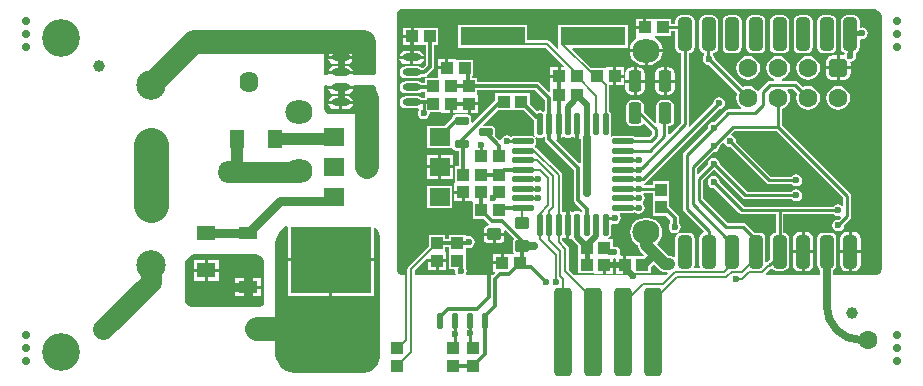
<source format=gbl>
G04 Layer_Physical_Order=2*
G04 Layer_Color=16711680*
%FSLAX44Y44*%
%MOMM*%
G71*
G01*
G75*
%ADD10C,1.0000*%
%ADD11R,1.0000X1.0000*%
%ADD12R,1.0000X1.0000*%
%ADD16O,1.6000X0.6000*%
G04:AMPARAMS|DCode=19|XSize=1.524mm|YSize=7.5mm|CornerRadius=0.381mm|HoleSize=0mm|Usage=FLASHONLY|Rotation=0.000|XOffset=0mm|YOffset=0mm|HoleType=Round|Shape=RoundedRectangle|*
%AMROUNDEDRECTD19*
21,1,1.5240,6.7380,0,0,0.0*
21,1,0.7620,7.5000,0,0,0.0*
1,1,0.7620,0.3810,-3.3690*
1,1,0.7620,-0.3810,-3.3690*
1,1,0.7620,-0.3810,3.3690*
1,1,0.7620,0.3810,3.3690*
%
%ADD19ROUNDEDRECTD19*%
%ADD22C,1.8000*%
%ADD23C,0.2000*%
%ADD24C,0.2540*%
%ADD25C,0.3000*%
%ADD26C,0.5000*%
%ADD27C,2.0000*%
%ADD28C,1.0000*%
%ADD29C,0.7000*%
%ADD30C,0.4000*%
%ADD31C,3.0000*%
%ADD32C,0.7000*%
%ADD33C,2.5000*%
%ADD34C,3.2000*%
%ADD35O,1.6000X1.9000*%
%ADD36O,1.6000X1.8000*%
%ADD37C,1.6000*%
G04:AMPARAMS|DCode=38|XSize=1.6mm|YSize=1.6mm|CornerRadius=0.4mm|HoleSize=0mm|Usage=FLASHONLY|Rotation=0.000|XOffset=0mm|YOffset=0mm|HoleType=Round|Shape=RoundedRectangle|*
%AMROUNDEDRECTD38*
21,1,1.6000,0.8000,0,0,0.0*
21,1,0.8000,1.6000,0,0,0.0*
1,1,0.8000,0.4000,-0.4000*
1,1,0.8000,-0.4000,-0.4000*
1,1,0.8000,-0.4000,0.4000*
1,1,0.8000,0.4000,0.4000*
%
%ADD38ROUNDEDRECTD38*%
%ADD39O,2.3000X2.0000*%
%ADD40O,1.2000X1.6000*%
%ADD41C,0.6000*%
G04:AMPARAMS|DCode=42|XSize=2.8mm|YSize=1.2mm|CornerRadius=0.3mm|HoleSize=0mm|Usage=FLASHONLY|Rotation=270.000|XOffset=0mm|YOffset=0mm|HoleType=Round|Shape=RoundedRectangle|*
%AMROUNDEDRECTD42*
21,1,2.8000,0.6000,0,0,270.0*
21,1,2.2000,1.2000,0,0,270.0*
1,1,0.6000,-0.3000,-1.1000*
1,1,0.6000,-0.3000,1.1000*
1,1,0.6000,0.3000,1.1000*
1,1,0.6000,0.3000,-1.1000*
%
%ADD42ROUNDEDRECTD42*%
G04:AMPARAMS|DCode=43|XSize=1.1mm|YSize=1.8mm|CornerRadius=0.275mm|HoleSize=0mm|Usage=FLASHONLY|Rotation=0.000|XOffset=0mm|YOffset=0mm|HoleType=Round|Shape=RoundedRectangle|*
%AMROUNDEDRECTD43*
21,1,1.1000,1.2500,0,0,0.0*
21,1,0.5500,1.8000,0,0,0.0*
1,1,0.5500,0.2750,-0.6250*
1,1,0.5500,-0.2750,-0.6250*
1,1,0.5500,-0.2750,0.6250*
1,1,0.5500,0.2750,0.6250*
%
%ADD43ROUNDEDRECTD43*%
G04:AMPARAMS|DCode=44|XSize=1.3mm|YSize=0.55mm|CornerRadius=0.1375mm|HoleSize=0mm|Usage=FLASHONLY|Rotation=270.000|XOffset=0mm|YOffset=0mm|HoleType=Round|Shape=RoundedRectangle|*
%AMROUNDEDRECTD44*
21,1,1.3000,0.2750,0,0,270.0*
21,1,1.0250,0.5500,0,0,270.0*
1,1,0.2750,-0.1375,-0.5125*
1,1,0.2750,-0.1375,0.5125*
1,1,0.2750,0.1375,0.5125*
1,1,0.2750,0.1375,-0.5125*
%
%ADD44ROUNDEDRECTD44*%
%ADD45R,1.6000X1.2000*%
%ADD46R,1.2000X1.6000*%
%ADD47R,1.6500X1.0000*%
%ADD48R,6.8000X5.5500*%
G04:AMPARAMS|DCode=49|XSize=1mm|YSize=1.2mm|CornerRadius=0.125mm|HoleSize=0mm|Usage=FLASHONLY|Rotation=90.000|XOffset=0mm|YOffset=0mm|HoleType=Round|Shape=RoundedRectangle|*
%AMROUNDEDRECTD49*
21,1,1.0000,0.9500,0,0,90.0*
21,1,0.7500,1.2000,0,0,90.0*
1,1,0.2500,0.4750,0.3750*
1,1,0.2500,0.4750,-0.3750*
1,1,0.2500,-0.4750,-0.3750*
1,1,0.2500,-0.4750,0.3750*
%
%ADD49ROUNDEDRECTD49*%
G04:AMPARAMS|DCode=50|XSize=0.65mm|YSize=1.2mm|CornerRadius=0.0813mm|HoleSize=0mm|Usage=FLASHONLY|Rotation=270.000|XOffset=0mm|YOffset=0mm|HoleType=Round|Shape=RoundedRectangle|*
%AMROUNDEDRECTD50*
21,1,0.6500,1.0375,0,0,270.0*
21,1,0.4875,1.2000,0,0,270.0*
1,1,0.1625,-0.5188,-0.2437*
1,1,0.1625,-0.5188,0.2437*
1,1,0.1625,0.5188,0.2437*
1,1,0.1625,0.5188,-0.2437*
%
%ADD50ROUNDEDRECTD50*%
%ADD51R,1.7000X1.5000*%
%ADD52O,1.9500X0.5500*%
%ADD53O,0.5500X1.9500*%
%ADD54R,5.5000X1.5000*%
%ADD55C,0.8000*%
%ADD56C,0.6000*%
G36*
X289347Y283259D02*
X291133Y281473D01*
X292100Y279139D01*
X292100Y262636D01*
X292100D01*
X292024Y262005D01*
X291401Y260896D01*
X290401Y260110D01*
X289176Y259766D01*
X288544Y259842D01*
X273571Y259842D01*
X272737Y260858D01*
X262082D01*
X251427D01*
X250593Y259842D01*
X248871D01*
X248311Y260074D01*
X247882Y260503D01*
X247650Y261063D01*
Y279146D01*
X247650D01*
X247650Y280156D01*
X248423Y282024D01*
X249852Y283453D01*
X251719Y284226D01*
X287013D01*
X289347Y283259D01*
D02*
G37*
G36*
X290401Y251446D02*
X291401Y250660D01*
X291737Y250063D01*
X292100Y248920D01*
D01*
X292100Y247744D01*
X292100Y232417D01*
X291133Y230083D01*
X289347Y228297D01*
X287013Y227330D01*
X251719D01*
X249852Y228103D01*
X248423Y229532D01*
X247650Y231399D01*
Y250493D01*
X247882Y251053D01*
X248311Y251482D01*
X248871Y251714D01*
X249174Y251714D01*
X249174Y251714D01*
X250593D01*
X251427Y250698D01*
X262082D01*
X272737D01*
X273571Y251714D01*
X288544D01*
X289175Y251790D01*
X290401Y251446D01*
D02*
G37*
G36*
X714103Y315879D02*
X715767Y315189D01*
X717265Y314189D01*
X718539Y312915D01*
X719539Y311417D01*
X720229Y309753D01*
X720580Y307987D01*
Y307086D01*
Y96774D01*
Y95511D01*
X719613Y93177D01*
X717827Y91391D01*
X715493Y90424D01*
X679160D01*
Y95167D01*
X680157Y95833D01*
X681262Y97487D01*
X681650Y99438D01*
Y121438D01*
X681262Y123389D01*
X680157Y125043D01*
X678503Y126148D01*
X676552Y126536D01*
X670552D01*
X668601Y126148D01*
X666947Y125043D01*
X665842Y123389D01*
X665454Y121438D01*
Y99438D01*
X665842Y97487D01*
X666947Y95833D01*
X667944Y95167D01*
Y90424D01*
X622562D01*
X622036Y91694D01*
X625722Y95380D01*
X626947Y95833D01*
X628601Y94728D01*
X630552Y94340D01*
X636552D01*
X638503Y94728D01*
X640157Y95833D01*
X641262Y97487D01*
X641650Y99438D01*
Y121438D01*
X641262Y123389D01*
X640157Y125043D01*
X638503Y126148D01*
X636886Y126469D01*
Y141954D01*
X679456D01*
X679637Y141683D01*
X681291Y140578D01*
X683242Y140190D01*
X684604Y140461D01*
X685229Y139291D01*
X683561Y137622D01*
X683242Y137686D01*
X681291Y137298D01*
X679637Y136193D01*
X678532Y134539D01*
X678144Y132588D01*
X678532Y130637D01*
X679637Y128983D01*
X681291Y127878D01*
X683242Y127490D01*
X685193Y127878D01*
X686847Y128983D01*
X687952Y130637D01*
X688340Y132588D01*
X688276Y132907D01*
X693220Y137851D01*
X693942Y138932D01*
X694196Y140208D01*
Y157752D01*
X693942Y159028D01*
X693220Y160110D01*
X635540Y217789D01*
Y231056D01*
X637343Y231803D01*
X639432Y233406D01*
X641035Y235495D01*
X642043Y237927D01*
X642386Y240538D01*
X642043Y243148D01*
X641035Y245581D01*
X639790Y247204D01*
X640386Y248474D01*
X645049D01*
X648665Y244858D01*
X647957Y243148D01*
X647614Y240538D01*
X647957Y237927D01*
X648965Y235495D01*
X650568Y233406D01*
X652657Y231803D01*
X655089Y230795D01*
X657700Y230452D01*
X660311Y230795D01*
X662743Y231803D01*
X664832Y233406D01*
X666435Y235495D01*
X667443Y237927D01*
X667786Y240538D01*
X667443Y243148D01*
X666435Y245581D01*
X664832Y247670D01*
X662743Y249273D01*
X660311Y250281D01*
X657700Y250624D01*
X655089Y250281D01*
X653380Y249573D01*
X648788Y254165D01*
X647706Y254888D01*
X646430Y255142D01*
X635686D01*
X635434Y256412D01*
X637343Y257203D01*
X639432Y258806D01*
X641035Y260895D01*
X642043Y263328D01*
X642386Y265938D01*
X642043Y268549D01*
X641035Y270981D01*
X639432Y273070D01*
X637343Y274673D01*
X634911Y275681D01*
X632300Y276024D01*
X629689Y275681D01*
X627257Y274673D01*
X625168Y273070D01*
X623565Y270981D01*
X622557Y268549D01*
X622214Y265938D01*
X622557Y263328D01*
X623565Y260895D01*
X625168Y258806D01*
X627257Y257203D01*
X629166Y256412D01*
X628914Y255142D01*
X625348D01*
X624072Y254888D01*
X622990Y254165D01*
X617149Y248323D01*
X616426Y247242D01*
X616330Y246761D01*
X614972Y246445D01*
X614032Y247670D01*
X611943Y249273D01*
X609510Y250281D01*
X606900Y250624D01*
X604289Y250281D01*
X602580Y249573D01*
X578836Y273317D01*
X578884Y273558D01*
X578496Y275509D01*
X577391Y277163D01*
X577334Y277201D01*
X577602Y278549D01*
X578503Y278728D01*
X580157Y279833D01*
X581262Y281487D01*
X581650Y283438D01*
Y305438D01*
X581262Y307389D01*
X580157Y309043D01*
X578503Y310148D01*
X576552Y310536D01*
X570552D01*
X568601Y310148D01*
X566947Y309043D01*
X565842Y307389D01*
X565454Y305438D01*
Y283438D01*
X565842Y281487D01*
X566947Y279833D01*
X568601Y278728D01*
X569976Y278455D01*
Y276855D01*
X569076Y275509D01*
X568688Y273558D01*
X569076Y271607D01*
X570181Y269953D01*
X571835Y268848D01*
X573786Y268460D01*
X574184Y268539D01*
X597865Y244858D01*
X597157Y243148D01*
X596814Y240538D01*
X597157Y237927D01*
X598165Y235495D01*
X599768Y233406D01*
X601355Y232188D01*
X600924Y230918D01*
X590278D01*
X589002Y230664D01*
X587920Y229942D01*
X578151Y220172D01*
X577832Y220236D01*
X575881Y219848D01*
X574227Y218743D01*
X573122Y217089D01*
X572734Y215138D01*
X572798Y214819D01*
X552615Y194636D01*
X551892Y193554D01*
X551638Y192278D01*
Y146558D01*
X551892Y145282D01*
X552615Y144200D01*
X569244Y127571D01*
X568826Y126193D01*
X568601Y126148D01*
X566947Y125043D01*
X565842Y123389D01*
X565454Y121438D01*
Y99438D01*
X565806Y97667D01*
X565446Y96746D01*
X565259Y96397D01*
X561845D01*
X561658Y96746D01*
X561298Y97667D01*
X561650Y99438D01*
Y121438D01*
X561262Y123389D01*
X560157Y125043D01*
X558503Y126148D01*
X556552Y126536D01*
X550552D01*
X548601Y126148D01*
X546947Y125043D01*
X545842Y123389D01*
X545454Y121438D01*
Y106275D01*
X544184Y105649D01*
X543788Y105953D01*
X542085Y106658D01*
X540258Y106898D01*
X539846D01*
X530172Y116573D01*
X530255Y117840D01*
X530658Y118149D01*
X532581Y120656D01*
X533790Y123575D01*
X534203Y126708D01*
X533790Y129841D01*
X532581Y132760D01*
X530658Y135267D01*
X528151Y137190D01*
X525232Y138399D01*
X522099Y138812D01*
X519099D01*
X515966Y138399D01*
X513047Y137190D01*
X510541Y135267D01*
X508617Y132760D01*
X507408Y129841D01*
X506996Y126708D01*
X507408Y123575D01*
X508617Y120656D01*
X510541Y118149D01*
X513047Y116226D01*
X513558Y116014D01*
X513779Y114333D01*
X514485Y112631D01*
X515607Y111168D01*
X519226Y107549D01*
X517991Y106314D01*
X510963D01*
X509917Y106854D01*
X509916Y106854D01*
X509916Y106854D01*
X503647D01*
Y99314D01*
Y91774D01*
X509917D01*
Y91774D01*
X510377Y92314D01*
X524376D01*
Y96838D01*
X527157Y99618D01*
X530929Y95846D01*
X531495Y95411D01*
X531930Y94846D01*
X533392Y93723D01*
X535095Y93018D01*
X536922Y92778D01*
X538526D01*
X539012Y91604D01*
X537832Y90424D01*
X459898D01*
X455275Y95048D01*
Y112680D01*
X455275Y112680D01*
X455042Y113850D01*
X454379Y114843D01*
X449511Y119711D01*
Y121855D01*
X450151Y122196D01*
X450754Y122352D01*
X450988Y122220D01*
X452388Y121285D01*
X453182Y121127D01*
Y133268D01*
Y145409D01*
X452388Y145251D01*
X450988Y144315D01*
X450754Y144184D01*
X450151Y144340D01*
X449511Y144681D01*
Y175340D01*
X449278Y176511D01*
X448615Y177503D01*
X448615Y177503D01*
X428187Y197931D01*
X427195Y198594D01*
X426712Y198690D01*
X426376Y199193D01*
X426550Y200604D01*
X427426Y201915D01*
X427795Y203768D01*
X427426Y205621D01*
X426910Y206395D01*
X427825Y207310D01*
X428599Y206794D01*
X430452Y206425D01*
X432305Y206794D01*
X433613Y207668D01*
X434546Y207352D01*
X434883Y207105D01*
Y205674D01*
X435155Y204308D01*
X435929Y203151D01*
X459201Y179878D01*
Y154432D01*
X459473Y153066D01*
X460247Y151909D01*
X466589Y145567D01*
X466558Y144567D01*
X465922Y144224D01*
X465320Y144064D01*
X464305Y144742D01*
X462452Y145111D01*
X460599Y144742D01*
X459027Y143693D01*
X457916Y144316D01*
X456516Y145251D01*
X455722Y145409D01*
Y133268D01*
Y121127D01*
X456516Y121285D01*
X456979Y121594D01*
X458152Y121108D01*
X458213Y120802D01*
X459208Y119314D01*
X463274Y115247D01*
Y106792D01*
X463274D01*
X463274Y106314D01*
X463274D01*
Y92314D01*
X476688D01*
X477734Y91774D01*
X477734Y91774D01*
X477734Y91774D01*
X484004D01*
Y99314D01*
X485274D01*
Y100584D01*
X492814D01*
Y103841D01*
X493776Y104630D01*
X493855Y104646D01*
X494837Y103840D01*
Y100584D01*
X501106D01*
Y106854D01*
X499280D01*
X498555Y108124D01*
X498874Y109728D01*
X498486Y111679D01*
X497381Y113333D01*
X495727Y114438D01*
X493776Y114826D01*
X493256Y114722D01*
X492274Y115528D01*
Y120792D01*
X489092D01*
X488707Y122062D01*
X489877Y122843D01*
X490926Y124415D01*
X491295Y126268D01*
Y133329D01*
X492565Y134128D01*
X494012Y133840D01*
X495963Y134228D01*
X497617Y135333D01*
X498722Y136987D01*
X499110Y138938D01*
X498722Y140889D01*
X498210Y141655D01*
X498889Y142925D01*
X507952D01*
X509805Y143294D01*
X510887Y144016D01*
X512321Y143058D01*
X514272Y142670D01*
X516223Y143058D01*
X517877Y144163D01*
X518982Y145817D01*
X519370Y147768D01*
X518982Y149719D01*
X518217Y150863D01*
X517980Y151768D01*
X518217Y152673D01*
X518982Y153817D01*
X519370Y155768D01*
X518982Y157719D01*
X518217Y158863D01*
X518085Y159367D01*
X518772Y160434D01*
X526382D01*
Y156218D01*
X526382Y155948D01*
Y154948D01*
X526382Y154678D01*
Y140948D01*
X537773D01*
X541243Y137478D01*
Y134947D01*
X541207Y134923D01*
X540102Y133269D01*
X539714Y131318D01*
X540102Y129367D01*
X541207Y127713D01*
X542861Y126608D01*
X544812Y126220D01*
X546763Y126608D01*
X548417Y127713D01*
X549522Y129367D01*
X549910Y131318D01*
X549522Y133269D01*
X548417Y134923D01*
X548381Y134947D01*
Y138956D01*
X548109Y140322D01*
X547335Y141479D01*
X540382Y148433D01*
Y154678D01*
X540382Y154948D01*
Y155948D01*
X540382Y156218D01*
Y169948D01*
X526382D01*
Y167102D01*
X519534D01*
X518938Y167963D01*
X519246Y168688D01*
X520327Y169410D01*
X582103Y231186D01*
X582422Y231122D01*
X584373Y231510D01*
X586027Y232615D01*
X587132Y234269D01*
X587520Y236220D01*
X587132Y238171D01*
X586027Y239825D01*
X584373Y240930D01*
X582422Y241318D01*
X580471Y240930D01*
X578817Y239825D01*
X577712Y238171D01*
X577324Y236220D01*
X577388Y235901D01*
X557689Y216202D01*
X556698Y216861D01*
X556641Y216950D01*
X556886Y218181D01*
Y278407D01*
X558503Y278728D01*
X560157Y279833D01*
X561262Y281487D01*
X561650Y283438D01*
Y305438D01*
X561262Y307389D01*
X560157Y309043D01*
X558503Y310148D01*
X556552Y310536D01*
X550552D01*
X548601Y310148D01*
X546947Y309043D01*
X545842Y307389D01*
X545454Y305438D01*
Y303562D01*
X541532D01*
Y307228D01*
X528118Y307228D01*
X527072Y307768D01*
X526486Y307768D01*
X520802D01*
Y300228D01*
X519532D01*
Y298958D01*
X511992D01*
Y292688D01*
X512072D01*
X512458Y291418D01*
X510155Y289652D01*
X508145Y287032D01*
X506882Y283982D01*
X506618Y281978D01*
X534580D01*
X534316Y283982D01*
X533053Y287032D01*
X531043Y289652D01*
X528423Y291662D01*
X527708Y291958D01*
X527942Y293137D01*
X528118Y293228D01*
X528342Y293228D01*
X541532D01*
Y296894D01*
X545454D01*
Y283438D01*
X545842Y281487D01*
X546947Y279833D01*
X548601Y278728D01*
X550218Y278407D01*
Y219562D01*
X540458Y209802D01*
X539284Y210288D01*
Y216653D01*
X539380D01*
X541233Y217022D01*
X542804Y218071D01*
X543854Y219643D01*
X544223Y221496D01*
Y233996D01*
X543854Y235849D01*
X542804Y237421D01*
X541233Y238470D01*
X539380Y238839D01*
X533880D01*
X532027Y238470D01*
X530456Y237421D01*
X529406Y235849D01*
X529037Y233996D01*
Y221496D01*
X529366Y219841D01*
X528885Y219379D01*
X528319Y219092D01*
X518823Y228588D01*
Y233996D01*
X518454Y235849D01*
X517405Y237421D01*
X515833Y238470D01*
X513980Y238839D01*
X508480D01*
X506627Y238470D01*
X505056Y237421D01*
X504006Y235849D01*
X503637Y233996D01*
Y221496D01*
X504006Y219643D01*
X505056Y218071D01*
X506627Y217022D01*
X508480Y216653D01*
X513980D01*
X515833Y217022D01*
X517405Y218071D01*
X517852Y218741D01*
X519116Y218865D01*
X525494Y212487D01*
Y209430D01*
X523166Y207102D01*
X511437D01*
X511376Y207193D01*
X509805Y208242D01*
X507952Y208611D01*
X493952D01*
X492099Y208242D01*
X491325Y207726D01*
X490410Y208641D01*
X490926Y209415D01*
X491295Y211268D01*
Y225268D01*
X490926Y227121D01*
X489877Y228693D01*
X489511Y228937D01*
Y251327D01*
X492975D01*
Y258867D01*
Y266407D01*
X486704D01*
Y266407D01*
X486245Y265867D01*
X474278D01*
X458211Y281935D01*
X458697Y283108D01*
X505052D01*
Y302108D01*
X446052D01*
Y283190D01*
X445096Y282350D01*
X439025Y288421D01*
X438032Y289084D01*
X436862Y289317D01*
X436862Y289317D01*
X420052D01*
Y302108D01*
X361052D01*
Y283108D01*
X420052D01*
Y283199D01*
X435595D01*
X451213Y267581D01*
X450728Y266407D01*
X448412D01*
Y258867D01*
X447142D01*
Y257598D01*
X439602D01*
Y251327D01*
X439602D01*
Y250618D01*
X439602D01*
Y245792D01*
X438429Y245306D01*
X430633Y253101D01*
X429476Y253875D01*
X428110Y254147D01*
X377822D01*
Y257578D01*
X373121D01*
Y258938D01*
X373892D01*
Y272938D01*
X360478Y272938D01*
X359432Y273478D01*
X358846Y273478D01*
X353162D01*
Y265938D01*
X351892D01*
Y264668D01*
X344352D01*
Y258968D01*
X344352Y258398D01*
X343372Y257698D01*
X334613D01*
X334603Y257698D01*
X334603Y257698D01*
X334504Y257698D01*
X334374Y258051D01*
X334344Y258387D01*
X334344D01*
Y258387D01*
X334987Y259432D01*
X335245Y259605D01*
X340205Y264565D01*
X340979Y265722D01*
X341250Y267088D01*
Y285608D01*
X344682D01*
Y299608D01*
X331268Y299608D01*
X330222Y300148D01*
X329636Y300148D01*
X323952D01*
Y292608D01*
Y285068D01*
X330222Y285068D01*
X331268Y285608D01*
X334113Y285608D01*
Y268566D01*
X331797Y266250D01*
X330687Y265733D01*
X329033Y266838D01*
X327082Y267226D01*
X317082D01*
X315131Y266838D01*
X313477Y265733D01*
X312372Y264079D01*
X311984Y262128D01*
X312372Y260177D01*
X313477Y258523D01*
X315131Y257418D01*
X317082Y257030D01*
X327082D01*
X329033Y257418D01*
X330687Y258523D01*
X330711Y258559D01*
X332011D01*
X333107Y257962D01*
X333462Y257097D01*
X333462Y257097D01*
Y252997D01*
X330711D01*
X330687Y253033D01*
X329033Y254138D01*
X327082Y254526D01*
X317082D01*
X315131Y254138D01*
X313477Y253033D01*
X312372Y251379D01*
X311984Y249428D01*
X312372Y247477D01*
X313477Y245823D01*
X315131Y244718D01*
X317082Y244330D01*
X327082D01*
X329033Y244718D01*
X330687Y245823D01*
X330711Y245860D01*
X333462D01*
Y243728D01*
X333462Y243698D01*
Y242458D01*
X333462Y242428D01*
Y240296D01*
X330711D01*
X330687Y240333D01*
X329033Y241438D01*
X327082Y241826D01*
X317082D01*
X315131Y241438D01*
X313477Y240333D01*
X312372Y238679D01*
X311984Y236728D01*
X312372Y234777D01*
X313477Y233123D01*
X315131Y232018D01*
X317082Y231630D01*
X327082D01*
X327258Y231665D01*
X328022Y230522D01*
X327532Y229789D01*
X327144Y227838D01*
X327532Y225887D01*
X328637Y224233D01*
X330291Y223128D01*
X332242Y222740D01*
X334193Y223128D01*
X335847Y224233D01*
X336952Y225887D01*
X337340Y227838D01*
X337849Y228458D01*
X346876Y228458D01*
X347922Y227918D01*
X348508Y227918D01*
X354192D01*
Y235458D01*
X356732D01*
Y227918D01*
X362062D01*
X363002Y227918D01*
X364222Y228038D01*
X369552D01*
Y235578D01*
X370822D01*
Y236848D01*
X378362D01*
X378362Y243118D01*
X377822Y244164D01*
X377822Y247009D01*
X426632D01*
X434883Y238758D01*
Y229431D01*
X434546Y229184D01*
X433613Y228868D01*
X432305Y229742D01*
X430452Y230111D01*
X428599Y229742D01*
X428031Y229363D01*
X421916Y235477D01*
Y244431D01*
X407916D01*
Y244431D01*
X406916D01*
Y244431D01*
X392916D01*
Y238451D01*
X373957Y219492D01*
X372687Y220018D01*
Y223766D01*
X372469Y224863D01*
X371847Y225793D01*
X370917Y226415D01*
X369819Y226633D01*
X359445D01*
X358347Y226415D01*
X357417Y225793D01*
X356795Y224863D01*
X356577Y223766D01*
Y223170D01*
X350425Y217018D01*
X335472D01*
Y198018D01*
X356472D01*
X357272Y197079D01*
X357417Y196863D01*
X358347Y196241D01*
X359445Y196023D01*
X362173D01*
Y182648D01*
X358742D01*
X358742Y169234D01*
X358202Y168188D01*
X358202Y167602D01*
Y161918D01*
X365742D01*
Y160648D01*
X367012D01*
Y153108D01*
X373172Y153108D01*
X373666Y152672D01*
X374102Y152178D01*
Y138288D01*
X383055D01*
X387469Y133875D01*
X387502Y133852D01*
X387117Y132582D01*
X387092D01*
X385613Y132288D01*
X384360Y131450D01*
X383522Y130197D01*
X383228Y128718D01*
Y126238D01*
X391842D01*
X400456D01*
Y127861D01*
X401726Y128387D01*
X408776Y121337D01*
X408749Y121061D01*
X408031Y119986D01*
X407778Y118718D01*
Y111218D01*
X408031Y109950D01*
X408593Y109108D01*
X408393Y108480D01*
X407263Y108030D01*
X406422Y108378D01*
X406422Y108378D01*
X406422Y108378D01*
X400152D01*
Y100838D01*
X398882D01*
Y99568D01*
X391342D01*
Y93298D01*
X392408D01*
X392894Y92125D01*
X391193Y90424D01*
X368713D01*
X368114Y91544D01*
X368438Y92029D01*
X368826Y93980D01*
X368438Y95931D01*
X367765Y96939D01*
Y109736D01*
X367765D01*
Y110736D01*
X367765D01*
Y112962D01*
X367999Y113217D01*
X369035Y113829D01*
X370586Y113520D01*
X372537Y113908D01*
X374191Y115013D01*
X375296Y116667D01*
X375684Y118618D01*
X375296Y120569D01*
X374191Y122223D01*
X372537Y123328D01*
X370586Y123716D01*
X369035Y123407D01*
X367765Y124157D01*
Y124736D01*
X353765D01*
Y121305D01*
X350662D01*
Y124736D01*
X336662D01*
Y115062D01*
X319401Y97801D01*
X318738Y96809D01*
X318505Y95638D01*
X318505Y95638D01*
Y90424D01*
X313627D01*
X311667Y91236D01*
X310166Y92737D01*
X309354Y94697D01*
Y95758D01*
Y281178D01*
Y310276D01*
X309608Y311552D01*
X310106Y312754D01*
X310828Y313836D01*
X311748Y314756D01*
X312830Y315478D01*
X314032Y315976D01*
X315308Y316230D01*
X712337D01*
X714103Y315879D01*
D02*
G37*
G36*
X425609Y221691D02*
Y211268D01*
X425978Y209415D01*
X426494Y208641D01*
X425579Y207726D01*
X424805Y208242D01*
X422952Y208611D01*
X408952D01*
X407099Y208242D01*
X406017Y207520D01*
X404583Y208478D01*
X402632Y208866D01*
X400681Y208478D01*
X399027Y207373D01*
X397922Y205719D01*
X397783Y205020D01*
X396405Y204602D01*
X392592Y208414D01*
X392687Y208890D01*
Y213766D01*
X392469Y214863D01*
X391847Y215793D01*
X390917Y216415D01*
X389819Y216633D01*
X382851D01*
X382365Y217806D01*
X394989Y230431D01*
X406916D01*
Y230431D01*
X407916D01*
Y230431D01*
X416869D01*
X425609Y221691D01*
D02*
G37*
G36*
X447722Y206127D02*
X448516Y206285D01*
X449916Y207220D01*
X451027Y207843D01*
X452599Y206794D01*
X454452Y206425D01*
X456305Y206794D01*
X457877Y207843D01*
X458988Y207220D01*
X460388Y206285D01*
X461182Y206127D01*
Y218268D01*
X463722D01*
Y206127D01*
X464038Y206190D01*
X465127Y205516D01*
X465308Y205287D01*
Y185660D01*
X464038Y185135D01*
X444120Y205053D01*
X444757Y206211D01*
X445182Y206127D01*
Y218268D01*
X447722D01*
Y206127D01*
D02*
G37*
G36*
X687528Y156371D02*
Y149965D01*
X686258Y149286D01*
X685193Y149998D01*
X683242Y150386D01*
X681291Y149998D01*
X679637Y148893D01*
X679456Y148622D01*
X603343D01*
X582866Y169099D01*
X582930Y169418D01*
X582542Y171369D01*
X581437Y173023D01*
X579783Y174128D01*
X577832Y174516D01*
X575881Y174128D01*
X574227Y173023D01*
X573122Y171369D01*
X572734Y169418D01*
X573122Y167467D01*
X574227Y165813D01*
X575881Y164708D01*
X577832Y164320D01*
X578151Y164384D01*
X599604Y142930D01*
X600686Y142208D01*
X601962Y141954D01*
X630218D01*
Y126469D01*
X628601Y126148D01*
X626947Y125043D01*
X625842Y123389D01*
X625454Y121438D01*
Y104188D01*
X622920Y101654D01*
X621870Y101966D01*
X621650Y102128D01*
Y121438D01*
X621262Y123389D01*
X620157Y125043D01*
X618503Y126148D01*
X616552Y126536D01*
X612169D01*
X605029Y133675D01*
X603948Y134398D01*
X602672Y134652D01*
X589373D01*
X568466Y155559D01*
Y170577D01*
X577066Y179177D01*
X578598D01*
X602145Y155631D01*
X603226Y154908D01*
X604502Y154654D01*
X643896D01*
X644077Y154383D01*
X645731Y153278D01*
X647682Y152890D01*
X649633Y153278D01*
X651287Y154383D01*
X652392Y156037D01*
X652780Y157988D01*
X652392Y159939D01*
X651287Y161593D01*
X649633Y162698D01*
X647682Y163086D01*
X645731Y162698D01*
X644077Y161593D01*
X643896Y161322D01*
X605883D01*
X582866Y184339D01*
X582930Y184658D01*
X582542Y186609D01*
X581437Y188263D01*
X579783Y189368D01*
X577832Y189756D01*
X575881Y189368D01*
X574227Y188263D01*
X573122Y186609D01*
X572734Y184658D01*
X572798Y184339D01*
X564559Y176100D01*
X563386Y176586D01*
Y180737D01*
X577513Y194864D01*
X577832Y194800D01*
X579783Y195188D01*
X581437Y196293D01*
X582542Y197947D01*
X582930Y199898D01*
X582866Y200217D01*
X585566Y202917D01*
X586944Y202499D01*
X587092Y201757D01*
X588197Y200103D01*
X589851Y198998D01*
X591802Y198610D01*
X592121Y198674D01*
X622464Y168330D01*
X623546Y167608D01*
X624822Y167354D01*
X643896D01*
X644077Y167083D01*
X645731Y165978D01*
X647682Y165590D01*
X649633Y165978D01*
X651287Y167083D01*
X652392Y168737D01*
X652780Y170688D01*
X652392Y172639D01*
X651287Y174293D01*
X649633Y175398D01*
X647682Y175786D01*
X645731Y175398D01*
X644077Y174293D01*
X643896Y174022D01*
X626203D01*
X596836Y203389D01*
X596900Y203708D01*
X596512Y205659D01*
X595407Y207313D01*
X593753Y208418D01*
X593011Y208566D01*
X592593Y209944D01*
X595469Y212820D01*
X631079D01*
X687528Y156371D01*
D02*
G37*
G36*
X353765Y110736D02*
X353764D01*
Y109736D01*
X353765D01*
Y95736D01*
X357978D01*
X358784Y94754D01*
X358630Y93980D01*
X359018Y92029D01*
X359342Y91544D01*
X358744Y90424D01*
X324623D01*
Y94371D01*
X334949Y104697D01*
X336122Y104211D01*
Y104006D01*
X343662D01*
X351202D01*
Y110276D01*
X351202D01*
X350662Y110736D01*
Y114167D01*
X353765D01*
Y110736D01*
D02*
G37*
G36*
X190755Y108455D02*
X192419Y107765D01*
X193917Y106765D01*
X195191Y105491D01*
X196191Y103993D01*
X196881Y102329D01*
X197232Y100563D01*
X197232Y68928D01*
X197357Y67919D01*
X196815Y65960D01*
X195564Y64357D01*
X193965Y63451D01*
X192786Y63230D01*
X192786Y63230D01*
X137144D01*
X136458Y63230D01*
X135112Y63498D01*
X133843Y64023D01*
X132702Y64786D01*
X131732Y65756D01*
X130969Y66897D01*
X130444Y68165D01*
X130176Y69512D01*
X130176Y70198D01*
Y83660D01*
Y99189D01*
X130586Y101250D01*
X131390Y103191D01*
X132558Y104938D01*
X134044Y106424D01*
X135791Y107592D01*
X137732Y108396D01*
X139793Y108806D01*
X188989D01*
X190755Y108455D01*
D02*
G37*
G36*
X217082Y131243D02*
Y104648D01*
X253622D01*
X290162D01*
Y130414D01*
X291432Y130940D01*
X292172Y130200D01*
X293506Y128203D01*
X294425Y125984D01*
X294894Y123629D01*
Y122428D01*
Y21844D01*
Y20443D01*
X294347Y17695D01*
X293275Y15106D01*
X291719Y12777D01*
X289737Y10796D01*
X287408Y9239D01*
X284819Y8167D01*
X282071Y7620D01*
X222098D01*
X218810Y8274D01*
X215713Y9557D01*
X212926Y11419D01*
X210555Y13790D01*
X208693Y16577D01*
X207410Y19674D01*
X206756Y22962D01*
Y24638D01*
Y64516D01*
Y115824D01*
Y117675D01*
X207478Y121307D01*
X208895Y124727D01*
X210952Y127806D01*
X213570Y130424D01*
X215812Y131922D01*
X217082Y131243D01*
D02*
G37*
%LPC*%
G36*
X267082Y280477D02*
X263352D01*
Y276098D01*
X272478D01*
X272300Y276990D01*
X271076Y278822D01*
X269244Y280047D01*
X267082Y280477D01*
D02*
G37*
G36*
X260812D02*
X257082D01*
X254920Y280047D01*
X253088Y278822D01*
X251863Y276990D01*
X251686Y276098D01*
X260812D01*
Y280477D01*
D02*
G37*
G36*
X272478Y273558D02*
X263352D01*
Y269179D01*
X267082D01*
X269244Y269610D01*
X271076Y270834D01*
X272300Y272666D01*
X272478Y273558D01*
D02*
G37*
G36*
X260812D02*
X251686D01*
X251863Y272666D01*
X253088Y270834D01*
X254920Y269610D01*
X257082Y269179D01*
X260812D01*
Y273558D01*
D02*
G37*
G36*
X267082Y267777D02*
X263352D01*
Y263398D01*
X272478D01*
X272300Y264290D01*
X271076Y266122D01*
X269244Y267346D01*
X267082Y267777D01*
D02*
G37*
G36*
X260812D02*
X257082D01*
X254920Y267346D01*
X253088Y266122D01*
X251863Y264290D01*
X251686Y263398D01*
X260812D01*
Y267777D01*
D02*
G37*
G36*
X272478Y248158D02*
X263352D01*
Y243780D01*
X267082D01*
X269244Y244209D01*
X271076Y245434D01*
X272300Y247266D01*
X272478Y248158D01*
D02*
G37*
G36*
X260812D02*
X251686D01*
X251863Y247266D01*
X253088Y245434D01*
X254920Y244209D01*
X257082Y243780D01*
X260812D01*
Y248158D01*
D02*
G37*
G36*
X267082Y242377D02*
X263352D01*
Y237998D01*
X272478D01*
X272301Y238890D01*
X271076Y240722D01*
X269244Y241947D01*
X267082Y242377D01*
D02*
G37*
G36*
X260812D02*
X257082D01*
X254920Y241947D01*
X253088Y240722D01*
X251863Y238890D01*
X251686Y237998D01*
X260812D01*
Y242377D01*
D02*
G37*
G36*
X272478Y235458D02*
X263352D01*
Y231080D01*
X267082D01*
X269244Y231510D01*
X271076Y232734D01*
X272301Y234566D01*
X272478Y235458D01*
D02*
G37*
G36*
X260812D02*
X251686D01*
X251863Y234566D01*
X253088Y232734D01*
X254920Y231510D01*
X257082Y231080D01*
X260812D01*
Y235458D01*
D02*
G37*
G36*
X518262Y307768D02*
X511992D01*
Y301498D01*
X518262D01*
Y307768D01*
D02*
G37*
G36*
X321412Y300148D02*
X315142D01*
Y293878D01*
X321412D01*
Y300148D01*
D02*
G37*
G36*
X696552Y310536D02*
X690552D01*
X688601Y310148D01*
X686947Y309043D01*
X685842Y307389D01*
X685454Y305438D01*
Y283438D01*
X685842Y281487D01*
X686947Y279833D01*
X687956Y279159D01*
X688842Y278199D01*
X688475Y276353D01*
X687100Y276534D01*
X684370D01*
Y267208D01*
X693697D01*
Y269938D01*
X693539Y271137D01*
X693552Y271150D01*
X695503Y271538D01*
X697157Y272643D01*
X698262Y274297D01*
X698650Y276248D01*
X698418Y277416D01*
X698484Y278440D01*
X699148Y279159D01*
X700157Y279833D01*
X701262Y281487D01*
X701650Y283438D01*
Y289328D01*
X702632Y290134D01*
X703054Y290050D01*
X705005Y290438D01*
X706659Y291543D01*
X707764Y293197D01*
X708152Y295148D01*
X707764Y297099D01*
X706659Y298753D01*
X705005Y299858D01*
X703054Y300246D01*
X702632Y300162D01*
X701650Y300968D01*
Y305438D01*
X701262Y307389D01*
X700157Y309043D01*
X698503Y310148D01*
X696552Y310536D01*
D02*
G37*
G36*
X321412Y291338D02*
X315142D01*
Y285068D01*
X321412D01*
Y291338D01*
D02*
G37*
G36*
X676552Y310536D02*
X670552D01*
X668601Y310148D01*
X666947Y309043D01*
X665842Y307389D01*
X665454Y305438D01*
Y283438D01*
X665842Y281487D01*
X666947Y279833D01*
X668601Y278728D01*
X670552Y278340D01*
X676552D01*
X678503Y278728D01*
X680157Y279833D01*
X681262Y281487D01*
X681650Y283438D01*
Y305438D01*
X681262Y307389D01*
X680157Y309043D01*
X678503Y310148D01*
X676552Y310536D01*
D02*
G37*
G36*
X656552D02*
X650552D01*
X648601Y310148D01*
X646947Y309043D01*
X645842Y307389D01*
X645454Y305438D01*
Y283438D01*
X645842Y281487D01*
X646947Y279833D01*
X648601Y278728D01*
X650552Y278340D01*
X656552D01*
X658503Y278728D01*
X660157Y279833D01*
X661262Y281487D01*
X661650Y283438D01*
Y305438D01*
X661262Y307389D01*
X660157Y309043D01*
X658503Y310148D01*
X656552Y310536D01*
D02*
G37*
G36*
X636552D02*
X630552D01*
X628601Y310148D01*
X626947Y309043D01*
X625842Y307389D01*
X625454Y305438D01*
Y283438D01*
X625842Y281487D01*
X626947Y279833D01*
X628601Y278728D01*
X630552Y278340D01*
X636552D01*
X638503Y278728D01*
X640157Y279833D01*
X641262Y281487D01*
X641650Y283438D01*
Y305438D01*
X641262Y307389D01*
X640157Y309043D01*
X638503Y310148D01*
X636552Y310536D01*
D02*
G37*
G36*
X616552D02*
X610552D01*
X608601Y310148D01*
X606947Y309043D01*
X605842Y307389D01*
X605454Y305438D01*
Y283438D01*
X605842Y281487D01*
X606947Y279833D01*
X608601Y278728D01*
X610552Y278340D01*
X616552D01*
X618503Y278728D01*
X620157Y279833D01*
X621262Y281487D01*
X621650Y283438D01*
Y305438D01*
X621262Y307389D01*
X620157Y309043D01*
X618503Y310148D01*
X616552Y310536D01*
D02*
G37*
G36*
X596552D02*
X590552D01*
X588601Y310148D01*
X586947Y309043D01*
X585842Y307389D01*
X585454Y305438D01*
Y283438D01*
X585842Y281487D01*
X586947Y279833D01*
X588601Y278728D01*
X590552Y278340D01*
X596552D01*
X598503Y278728D01*
X600157Y279833D01*
X601262Y281487D01*
X601650Y283438D01*
Y305438D01*
X601262Y307389D01*
X600157Y309043D01*
X598503Y310148D01*
X596552Y310536D01*
D02*
G37*
G36*
X327082Y280476D02*
X323352D01*
Y276098D01*
X332478D01*
X332300Y276989D01*
X331076Y278822D01*
X329244Y280046D01*
X327082Y280476D01*
D02*
G37*
G36*
X320812D02*
X317082D01*
X314920Y280046D01*
X313088Y278822D01*
X311863Y276989D01*
X311686Y276098D01*
X320812D01*
Y280476D01*
D02*
G37*
G36*
X332478Y273558D02*
X323352D01*
Y269179D01*
X327082D01*
X329244Y269609D01*
X331076Y270834D01*
X332300Y272666D01*
X332478Y273558D01*
D02*
G37*
G36*
X320812D02*
X311686D01*
X311863Y272666D01*
X313088Y270834D01*
X314920Y269609D01*
X317082Y269179D01*
X320812D01*
Y273558D01*
D02*
G37*
G36*
X534580Y279438D02*
X521869D01*
Y268060D01*
X522099D01*
X525373Y268491D01*
X528423Y269754D01*
X531043Y271764D01*
X533053Y274384D01*
X534316Y277434D01*
X534580Y279438D01*
D02*
G37*
G36*
X519329D02*
X506618D01*
X506882Y277434D01*
X508145Y274384D01*
X510155Y271764D01*
X512775Y269754D01*
X515826Y268491D01*
X519099Y268060D01*
X519329D01*
Y279438D01*
D02*
G37*
G36*
X681830Y276534D02*
X679100D01*
X677393Y276310D01*
X675802Y275651D01*
X674436Y274602D01*
X673387Y273236D01*
X672728Y271645D01*
X672504Y269938D01*
Y267208D01*
X681830D01*
Y276534D01*
D02*
G37*
G36*
X350622Y273478D02*
X344352D01*
Y267208D01*
X350622D01*
Y273478D01*
D02*
G37*
G36*
X445872Y266407D02*
X439602D01*
Y260138D01*
X445872D01*
Y266407D01*
D02*
G37*
G36*
X501785D02*
X495514D01*
Y260137D01*
X501785D01*
Y266407D01*
D02*
G37*
G36*
X539380Y266406D02*
X537900D01*
Y256032D01*
X544774D01*
Y261012D01*
X544363Y263076D01*
X543194Y264826D01*
X541444Y265995D01*
X539380Y266406D01*
D02*
G37*
G36*
X535360D02*
X533880D01*
X531816Y265995D01*
X530066Y264826D01*
X528897Y263076D01*
X528486Y261012D01*
Y256032D01*
X535360D01*
Y266406D01*
D02*
G37*
G36*
X513980D02*
X512500D01*
Y256032D01*
X519374D01*
Y261012D01*
X518963Y263076D01*
X517794Y264826D01*
X516044Y265995D01*
X513980Y266406D01*
D02*
G37*
G36*
X509960D02*
X508480D01*
X506416Y265995D01*
X504666Y264826D01*
X503497Y263076D01*
X503086Y261012D01*
Y256032D01*
X509960D01*
Y266406D01*
D02*
G37*
G36*
X657700Y276024D02*
X655089Y275681D01*
X652657Y274673D01*
X650568Y273070D01*
X648965Y270981D01*
X647957Y268549D01*
X647614Y265938D01*
X647957Y263328D01*
X648965Y260895D01*
X650568Y258806D01*
X652657Y257203D01*
X655089Y256195D01*
X657700Y255852D01*
X660311Y256195D01*
X662743Y257203D01*
X664832Y258806D01*
X666435Y260895D01*
X667443Y263328D01*
X667786Y265938D01*
X667443Y268549D01*
X666435Y270981D01*
X664832Y273070D01*
X662743Y274673D01*
X660311Y275681D01*
X657700Y276024D01*
D02*
G37*
G36*
X606900D02*
X604289Y275681D01*
X601857Y274673D01*
X599768Y273070D01*
X598165Y270981D01*
X597157Y268549D01*
X596814Y265938D01*
X597157Y263328D01*
X598165Y260895D01*
X599768Y258806D01*
X601857Y257203D01*
X604289Y256195D01*
X606900Y255852D01*
X609510Y256195D01*
X611943Y257203D01*
X614032Y258806D01*
X615635Y260895D01*
X616642Y263328D01*
X616986Y265938D01*
X616642Y268549D01*
X615635Y270981D01*
X614032Y273070D01*
X611943Y274673D01*
X609510Y275681D01*
X606900Y276024D01*
D02*
G37*
G36*
X693697Y264668D02*
X684370D01*
Y255342D01*
X687100D01*
X688807Y255566D01*
X690398Y256225D01*
X691764Y257274D01*
X692813Y258640D01*
X693472Y260231D01*
X693697Y261938D01*
Y264668D01*
D02*
G37*
G36*
X681830D02*
X672504D01*
Y261938D01*
X672728Y260231D01*
X673387Y258640D01*
X674436Y257274D01*
X675802Y256225D01*
X677393Y255566D01*
X679100Y255342D01*
X681830D01*
Y264668D01*
D02*
G37*
G36*
X501785Y257597D02*
X495514D01*
Y251327D01*
X501785D01*
Y257597D01*
D02*
G37*
G36*
X544774Y253492D02*
X537900D01*
Y243118D01*
X539380D01*
X541444Y243529D01*
X543194Y244698D01*
X544363Y246448D01*
X544774Y248512D01*
Y253492D01*
D02*
G37*
G36*
X535360D02*
X528486D01*
Y248512D01*
X528897Y246448D01*
X530066Y244698D01*
X531816Y243529D01*
X533880Y243118D01*
X535360D01*
Y253492D01*
D02*
G37*
G36*
X519374D02*
X512500D01*
Y243118D01*
X513980D01*
X516044Y243529D01*
X517794Y244698D01*
X518963Y246448D01*
X519374Y248512D01*
Y253492D01*
D02*
G37*
G36*
X509960D02*
X503086D01*
Y248512D01*
X503497Y246448D01*
X504666Y244698D01*
X506416Y243529D01*
X508480Y243118D01*
X509960D01*
Y253492D01*
D02*
G37*
G36*
X683100Y250624D02*
X680490Y250281D01*
X678057Y249273D01*
X675968Y247670D01*
X674365Y245581D01*
X673357Y243148D01*
X673014Y240538D01*
X673357Y237927D01*
X674365Y235495D01*
X675968Y233406D01*
X678057Y231803D01*
X680490Y230795D01*
X683100Y230452D01*
X685711Y230795D01*
X688143Y231803D01*
X690232Y233406D01*
X691835Y235495D01*
X692843Y237927D01*
X693186Y240538D01*
X692843Y243148D01*
X691835Y245581D01*
X690232Y247670D01*
X688143Y249273D01*
X685711Y250281D01*
X683100Y250624D01*
D02*
G37*
G36*
X378362Y234308D02*
X372092D01*
Y228038D01*
X378362D01*
Y234308D01*
D02*
G37*
G36*
X357012Y192158D02*
X347242D01*
Y183388D01*
X357012D01*
Y192158D01*
D02*
G37*
G36*
X344702D02*
X334932D01*
Y183388D01*
X344702D01*
Y192158D01*
D02*
G37*
G36*
X357012Y180848D02*
X347242D01*
Y172078D01*
X357012D01*
Y180848D01*
D02*
G37*
G36*
X344702D02*
X334932D01*
Y172078D01*
X344702D01*
Y180848D01*
D02*
G37*
G36*
X364472Y159378D02*
X358202D01*
Y153108D01*
X364472D01*
Y159378D01*
D02*
G37*
G36*
X356472Y166218D02*
X335472D01*
Y147218D01*
X356472D01*
Y166218D01*
D02*
G37*
G36*
X400456Y123698D02*
X393112D01*
Y117354D01*
X396592D01*
X398071Y117648D01*
X399324Y118486D01*
X400162Y119739D01*
X400456Y121218D01*
Y123698D01*
D02*
G37*
G36*
X390572D02*
X383228D01*
Y121218D01*
X383522Y119739D01*
X384360Y118486D01*
X385613Y117648D01*
X387092Y117354D01*
X390572D01*
Y123698D01*
D02*
G37*
G36*
X696552Y127086D02*
X694822D01*
Y111708D01*
X702200D01*
Y121438D01*
X701771Y123600D01*
X700546Y125432D01*
X698714Y126657D01*
X696552Y127086D01*
D02*
G37*
G36*
X692282D02*
X690552D01*
X688390Y126657D01*
X686558Y125432D01*
X685333Y123600D01*
X684903Y121438D01*
Y111708D01*
X692282D01*
Y127086D01*
D02*
G37*
G36*
X656552D02*
X654822D01*
Y111708D01*
X662200D01*
Y121438D01*
X661770Y123600D01*
X660546Y125432D01*
X658714Y126657D01*
X656552Y127086D01*
D02*
G37*
G36*
X652282D02*
X650552D01*
X648390Y126657D01*
X646558Y125432D01*
X645333Y123600D01*
X644903Y121438D01*
Y111708D01*
X652282D01*
Y127086D01*
D02*
G37*
G36*
X397612Y108378D02*
X391342D01*
Y102108D01*
X397612D01*
Y108378D01*
D02*
G37*
G36*
X702200Y109168D02*
X694822D01*
Y93790D01*
X696552D01*
X698714Y94219D01*
X700546Y95444D01*
X701771Y97276D01*
X702200Y99438D01*
Y109168D01*
D02*
G37*
G36*
X692282D02*
X684903D01*
Y99438D01*
X685333Y97276D01*
X686558Y95444D01*
X688390Y94219D01*
X690552Y93790D01*
X692282D01*
Y109168D01*
D02*
G37*
G36*
X662200Y109168D02*
X654822D01*
Y93790D01*
X656552D01*
X658714Y94219D01*
X660546Y95444D01*
X661770Y97276D01*
X662200Y99438D01*
Y109168D01*
D02*
G37*
G36*
X652282D02*
X644903D01*
Y99438D01*
X645333Y97276D01*
X646558Y95444D01*
X648390Y94219D01*
X650552Y93790D01*
X652282D01*
Y109168D01*
D02*
G37*
G36*
X501106Y98044D02*
X494837D01*
Y91774D01*
X501106D01*
Y98044D01*
D02*
G37*
G36*
X492814D02*
X486544D01*
Y91774D01*
X492814D01*
Y98044D01*
D02*
G37*
G36*
X351202Y101466D02*
X344932D01*
Y95196D01*
X351202D01*
Y101466D01*
D02*
G37*
G36*
X342392D02*
X336122D01*
Y95196D01*
X342392D01*
Y101466D01*
D02*
G37*
G36*
X158622Y103030D02*
X149352D01*
Y95760D01*
X158622D01*
Y103030D01*
D02*
G37*
G36*
X146812D02*
X137542D01*
Y95760D01*
X146812D01*
Y103030D01*
D02*
G37*
G36*
X158622Y93220D02*
X149352D01*
Y85950D01*
X158622D01*
Y93220D01*
D02*
G37*
G36*
X146812D02*
X137542D01*
Y85950D01*
X146812D01*
Y93220D01*
D02*
G37*
G36*
X194412Y88018D02*
X184892D01*
Y81748D01*
X194412D01*
Y88018D01*
D02*
G37*
G36*
X182352D02*
X172832D01*
Y81748D01*
X182352D01*
Y88018D01*
D02*
G37*
G36*
X194412Y79208D02*
X184892D01*
Y72938D01*
X194412D01*
Y79208D01*
D02*
G37*
G36*
X182352D02*
X172832D01*
Y72938D01*
X182352D01*
Y79208D01*
D02*
G37*
G36*
X290162Y102108D02*
X254892D01*
Y73088D01*
X290162D01*
Y102108D01*
D02*
G37*
G36*
X252352D02*
X217082D01*
Y73088D01*
X252352D01*
Y102108D01*
D02*
G37*
%LPD*%
D10*
X694944Y58674D02*
D03*
X57150Y267462D02*
D03*
D11*
X447142Y258867D02*
D03*
X462142D02*
D03*
X494244D02*
D03*
X479244D02*
D03*
X447142Y243078D02*
D03*
X462142D02*
D03*
X381102Y145288D02*
D03*
X396102D02*
D03*
X351892Y265938D02*
D03*
X366892D02*
D03*
X340462Y235458D02*
D03*
X355462D02*
D03*
X340462Y250698D02*
D03*
X355462D02*
D03*
X337682Y292608D02*
D03*
X322682D02*
D03*
X396102Y191008D02*
D03*
X381102D02*
D03*
X519532Y300228D02*
D03*
X534532D02*
D03*
X398882Y100838D02*
D03*
X413882D02*
D03*
X399916Y237430D02*
D03*
X414916D02*
D03*
X470274Y113792D02*
D03*
X485274D02*
D03*
X470274Y99314D02*
D03*
X485274D02*
D03*
X517377D02*
D03*
X502377D02*
D03*
D12*
X395732Y175648D02*
D03*
Y160648D02*
D03*
X374160Y13836D02*
D03*
Y28836D02*
D03*
X357057Y13836D02*
D03*
Y28836D02*
D03*
X309626Y13836D02*
D03*
Y28836D02*
D03*
X360765Y102736D02*
D03*
Y117736D02*
D03*
X343662Y102736D02*
D03*
Y117736D02*
D03*
X365742Y175648D02*
D03*
Y160648D02*
D03*
X370822Y235578D02*
D03*
Y250578D02*
D03*
X533382Y147948D02*
D03*
Y162948D02*
D03*
X380746Y175648D02*
D03*
Y160648D02*
D03*
D16*
X322082Y274828D02*
D03*
X322082Y262128D02*
D03*
Y249428D02*
D03*
Y236728D02*
D03*
X262082Y274828D02*
D03*
Y262128D02*
D03*
Y249428D02*
D03*
X262082Y236728D02*
D03*
D19*
X526542Y42164D02*
D03*
X501142D02*
D03*
X475742D02*
D03*
X450342D02*
D03*
D22*
X167014Y177646D02*
X225537D01*
X226599Y178708D01*
X101346Y85066D02*
Y99147D01*
X60984Y44704D02*
X101346Y85066D01*
D23*
X450342Y42164D02*
Y87376D01*
X448056Y89662D02*
X450342Y87376D01*
X452216Y93781D02*
Y112680D01*
X446452Y118444D02*
X452216Y112680D01*
X430452Y121076D02*
X444056Y107472D01*
Y85026D02*
Y107472D01*
Y85026D02*
X444246Y84836D01*
X448056Y89662D02*
Y110744D01*
X452216Y93781D02*
X474623Y71374D01*
X438434Y120366D02*
X448056Y110744D01*
X474623Y71374D02*
X475742D01*
X446452Y118444D02*
Y133268D01*
X426024Y195768D02*
X446452Y175340D01*
X415952Y195768D02*
X426024D01*
X428182Y187768D02*
X441706Y174244D01*
Y147984D02*
Y174244D01*
X438452Y144730D02*
X441706Y147984D01*
X430525Y179768D02*
X437642Y172651D01*
Y149577D02*
Y172651D01*
X430452Y142387D02*
X437642Y149577D01*
X415952Y179768D02*
X430525D01*
X415952Y187768D02*
X428182D01*
X321564Y95638D02*
X343662Y117736D01*
X321564Y25266D02*
Y95638D01*
X309626Y13328D02*
X321564Y25266D01*
X309626Y28328D02*
X316992Y35694D01*
Y105918D01*
X430452Y121076D02*
Y133268D01*
X438434Y133250D02*
X438452Y133268D01*
X601943Y93236D02*
X613552Y104808D01*
X618980Y92964D02*
X625011Y98995D01*
X415842Y134968D02*
Y147658D01*
X391142Y155568D02*
X396222Y160648D01*
X436862Y286258D02*
X462142Y260978D01*
X416542Y286258D02*
X436862D01*
X410192Y292608D02*
X416542Y286258D01*
X449562D02*
Y288798D01*
X476953Y258867D02*
X479244D01*
X449562Y286258D02*
X476953Y258867D01*
X390552Y292608D02*
X410192D01*
X462142Y258867D02*
Y260978D01*
X479244Y258867D02*
X486452Y251660D01*
Y218268D02*
Y251660D01*
X462142Y258867D02*
X478452Y242557D01*
Y218268D02*
Y242557D01*
X593552Y100302D02*
Y120438D01*
X607367Y92964D02*
X618980D01*
X596628Y87884D02*
X597218Y88474D01*
X595866Y89236D02*
X596628Y88474D01*
X592976Y93376D02*
X601803D01*
X601943Y93236D01*
X589038Y89438D02*
X592976Y93376D01*
X601779Y87376D02*
X607367Y92964D01*
X596628Y87376D02*
X601779D01*
X596628D02*
Y87884D01*
Y88474D01*
X586588Y93338D02*
X593552Y100302D01*
X588245Y89338D02*
X588345Y89438D01*
X589038D01*
X430452Y133268D02*
Y142387D01*
X446452Y133268D02*
Y175340D01*
X438452Y133268D02*
Y144730D01*
X438434Y120366D02*
Y133250D01*
X391142Y155448D02*
Y155568D01*
X501142Y42164D02*
Y66294D01*
X545072Y93338D02*
X586588D01*
X526034Y68643D02*
X546729Y89338D01*
X588245D01*
X526034Y47244D02*
Y68643D01*
X501142Y66294D02*
X518160Y83312D01*
X535046D01*
X545072Y93338D01*
D24*
X517970Y171768D02*
X582422Y236220D01*
X535950Y208036D02*
Y226050D01*
X523682Y195768D02*
X535950Y208036D01*
X500952Y195768D02*
X523682D01*
X514696Y228000D02*
X528828Y213868D01*
Y208049D02*
Y213868D01*
X512500Y228000D02*
X514696D01*
X500952Y203768D02*
X524547D01*
X528828Y208049D01*
X535950Y226050D02*
X537900Y228000D01*
X516869Y181498D02*
X553552Y218181D01*
X514272Y171768D02*
X517970D01*
X371602Y31394D02*
X374160Y28836D01*
X371602Y31394D02*
Y41148D01*
X357057Y28836D02*
X359156Y30935D01*
Y40894D01*
X516002Y181498D02*
X516869D01*
X514272Y179768D02*
X516002Y181498D01*
X371602Y41148D02*
Y51562D01*
X359156Y40894D02*
Y51308D01*
X380982Y191008D02*
Y200518D01*
X573310Y274128D02*
Y284196D01*
X577832Y215138D02*
X590278Y227584D01*
X625011Y99030D02*
X633552Y107571D01*
X625011Y98995D02*
Y99030D01*
X613552Y104808D02*
Y120438D01*
X633552Y107571D02*
Y120438D01*
X454452Y133268D02*
Y146588D01*
X594088Y216154D02*
X632206D01*
X624822Y170688D02*
X647682D01*
X591802Y203708D02*
X624822Y170688D01*
X553552Y218181D02*
Y284438D01*
X683242Y132588D02*
X690862Y140208D01*
X601962Y145288D02*
X633552D01*
X577832Y169418D02*
X601962Y145288D01*
X633552Y120438D02*
Y145288D01*
X604502Y157988D02*
X647682D01*
X577832Y184658D02*
X604502Y157988D01*
X633552Y145288D02*
X683242D01*
X532562Y163768D02*
X533382Y162948D01*
X514272Y163768D02*
X532562D01*
X332242Y227838D02*
Y235458D01*
X553552Y284438D02*
Y294028D01*
X547352Y300228D02*
X553552Y294028D01*
X534532Y300228D02*
X547352D01*
X500952Y187768D02*
X514272D01*
X402632Y203768D02*
X415952D01*
X573310Y284196D02*
X573552Y284438D01*
X577832Y199898D02*
X594088Y216154D01*
X602672Y131318D02*
X613552Y120438D01*
X587992Y131318D02*
X602672D01*
X565132Y154178D02*
X587992Y131318D01*
X565132Y154178D02*
Y171958D01*
X577832Y184658D01*
X573552Y120438D02*
Y127978D01*
X554972Y146558D02*
X573552Y127978D01*
X554972Y146558D02*
Y192278D01*
X589982Y120438D02*
X593552D01*
X560052Y150368D02*
X589982Y120438D01*
X560052Y150368D02*
Y182118D01*
X577832Y199898D01*
X554972Y192278D02*
X577832Y215138D01*
X487662Y138938D02*
X494012D01*
X500952Y179768D02*
X514272D01*
X500952Y171768D02*
X514272D01*
X500952Y163768D02*
X514272D01*
X500952Y155768D02*
X514272D01*
X500952Y147768D02*
X514272D01*
X415952Y155768D02*
X429272D01*
X415952Y171768D02*
X429272D01*
X415952Y163768D02*
X429272D01*
X590278Y227584D02*
X612902D01*
X646430Y251808D02*
X657700Y240538D01*
X625348Y251808D02*
X646430D01*
X632206Y216154D02*
Y240538D01*
X632333Y216281D02*
X690862Y157752D01*
Y140208D02*
Y157752D01*
X612902Y227584D02*
X619506Y234188D01*
Y245966D01*
X625348Y251808D01*
X573310Y274128D02*
X606900Y240538D01*
D25*
X357057Y13836D02*
X374160D01*
X384302Y23978D01*
Y51562D01*
X544812Y131318D02*
Y138956D01*
X535820Y147948D02*
X544812Y138956D01*
X533382Y147948D02*
X535820D01*
X404484Y91440D02*
X413882Y100838D01*
X397256Y91440D02*
X404484D01*
X392938Y87122D02*
X397256Y91440D01*
X392938Y64516D02*
Y87122D01*
X387604Y72136D02*
Y99296D01*
X377444Y61976D02*
X387604Y72136D01*
X353060Y61976D02*
X377444D01*
X346202Y55118D02*
X353060Y61976D01*
X380982Y105918D02*
X387604Y99296D01*
X384302Y55880D02*
X392938Y64516D01*
X384302Y51562D02*
Y55880D01*
X346202Y51562D02*
Y55118D01*
X360765Y102736D02*
X363728Y99773D01*
Y93980D02*
Y99773D01*
X343662Y117736D02*
X360765D01*
X369704D01*
X370586Y118618D01*
X462770Y154432D02*
X470452Y146750D01*
X415842Y102798D02*
Y114968D01*
Y119318D01*
X438452Y205674D02*
Y218268D01*
X470452Y133268D02*
Y146750D01*
X398762Y136398D02*
X415842Y119318D01*
X389992Y136398D02*
X398762D01*
X381102Y145288D02*
X389992Y136398D01*
X447142Y243078D02*
Y258867D01*
X446452Y218268D02*
Y242388D01*
X447142Y243078D01*
X462452Y203898D02*
Y218268D01*
X459722Y201168D02*
X462452Y203898D01*
X413882Y100838D02*
X415842Y102798D01*
X396102Y145288D02*
X398582Y147768D01*
X415952D01*
X400342Y179768D02*
X415952D01*
X396222Y175648D02*
X400342Y179768D01*
X396102Y191008D02*
Y199858D01*
X384632Y211328D02*
X396102Y199858D01*
X364632Y201328D02*
X365742Y200218D01*
Y175648D02*
Y200218D01*
X369552Y251848D02*
X370822Y250578D01*
X369552Y251848D02*
Y263278D01*
X366892Y265938D02*
X369552Y263278D01*
X355582Y250578D02*
X370822D01*
X339192Y249428D02*
X340462Y250698D01*
X322082Y249428D02*
X339192D01*
X359782Y221328D02*
X364632D01*
X345972Y207518D02*
X359782Y221328D01*
X337682Y267088D02*
Y292608D01*
X332722Y262128D02*
X337682Y267088D01*
X322082Y262128D02*
X332722D01*
X322682Y275428D02*
Y292608D01*
X355462Y235458D02*
X370702D01*
X322082Y236728D02*
X339192D01*
X462770Y154432D02*
Y181356D01*
X450029Y201168D02*
X459722D01*
X446452Y204745D02*
X450029Y201168D01*
X446452Y204745D02*
Y218268D01*
X438452Y205674D02*
X462770Y181356D01*
X423360Y97340D02*
X435864Y84836D01*
X417380Y97340D02*
X423360D01*
X413882Y100838D02*
X417380Y97340D01*
X370822Y250578D02*
X428110D01*
X438452Y240236D01*
Y218268D02*
Y240236D01*
X364632Y201328D02*
Y205120D01*
X396942Y237430D01*
X399916D01*
X430452Y218268D02*
Y221895D01*
X414916Y237430D02*
X430452Y221895D01*
X380982Y175648D02*
X396222D01*
X381102Y145288D02*
Y160528D01*
X380982Y160648D02*
X381102Y160528D01*
D26*
X470452Y218268D02*
Y234768D01*
X464562Y240658D02*
X470452Y234768D01*
X462452Y122558D02*
X470042Y114968D01*
X478452Y123378D01*
X462452Y122558D02*
Y133268D01*
X415842Y147658D02*
X415952Y147768D01*
X459722Y237998D02*
Y240658D01*
X454452Y232728D02*
X459722Y237998D01*
X454452Y218268D02*
Y232728D01*
X478452Y123378D02*
Y133268D01*
X485274Y113792D02*
X489338Y109728D01*
X493776D01*
X470452Y203410D02*
Y218268D01*
X485274Y99314D02*
X500380D01*
X509778Y89916D01*
D27*
X138089Y288290D02*
X281940D01*
Y270256D02*
Y288290D01*
X101346Y251547D02*
X138089Y288290D01*
X190984Y44705D02*
X218185D01*
X284480Y181864D02*
Y240284D01*
D28*
X254194Y205740D02*
X255972Y207518D01*
X206500Y205740D02*
X254194D01*
X167014Y177646D02*
X174500Y185132D01*
Y205740D01*
X536922Y99838D02*
X540258D01*
X528184Y108576D02*
X535922Y100838D01*
X520599Y116161D02*
X528184Y108576D01*
X520599Y116161D02*
Y126708D01*
D29*
X673552Y64345D02*
G03*
X702337Y35560I28785J0D01*
G01*
X415842Y114968D02*
X415936Y115062D01*
X425432D01*
X673552Y64345D02*
Y120438D01*
X708406Y35814D02*
X709422D01*
X470916Y160020D02*
Y206248D01*
X517377Y99314D02*
X518922D01*
X528184Y108576D01*
X535922Y100838D02*
X536922Y99838D01*
D30*
X470274Y99314D02*
Y113792D01*
Y99314D02*
X470274Y99314D01*
X355462Y250698D02*
X355582Y250578D01*
X322082Y274828D02*
X322682Y275428D01*
X370702Y235458D02*
X370822Y235578D01*
X339192Y236728D02*
X340462Y235458D01*
X693552Y284438D02*
Y295148D01*
X703054D01*
X693552Y276248D02*
Y284438D01*
D31*
X101346Y149947D02*
Y200747D01*
D32*
X733298Y305869D02*
D03*
Y294760D02*
D03*
Y283651D02*
D03*
D03*
Y294760D02*
D03*
Y305869D02*
D03*
Y17713D02*
D03*
Y28822D02*
D03*
Y39931D02*
D03*
X-4318D02*
D03*
Y28822D02*
D03*
Y17713D02*
D03*
Y305869D02*
D03*
Y294760D02*
D03*
Y283651D02*
D03*
D03*
Y294760D02*
D03*
Y305869D02*
D03*
D33*
X101346Y99147D02*
D03*
Y149947D02*
D03*
Y200747D02*
D03*
Y251547D02*
D03*
D34*
X25400Y291338D02*
D03*
Y25400D02*
D03*
D35*
X167014Y177646D02*
D03*
D36*
X184014Y253646D02*
D03*
D37*
X708406Y35814D02*
D03*
X606900Y240538D02*
D03*
Y265938D02*
D03*
X632300Y240538D02*
D03*
Y265938D02*
D03*
X683100Y240538D02*
D03*
X657700Y265938D02*
D03*
Y240538D02*
D03*
D38*
X683100Y265938D02*
D03*
D39*
X226599Y178708D02*
D03*
Y228708D02*
D03*
X520599Y126708D02*
D03*
Y280708D02*
D03*
D40*
X190984Y44704D02*
D03*
X60984D02*
D03*
D41*
X523494Y241808D02*
D03*
X573786Y273558D02*
D03*
X470452Y234768D02*
D03*
X496824Y228600D02*
D03*
X582422Y236220D02*
D03*
X535940Y136398D02*
D03*
X521970Y210058D02*
D03*
X499618Y118364D02*
D03*
X712216Y123190D02*
D03*
Y101346D02*
D03*
X432054Y200914D02*
D03*
X331470Y94742D02*
D03*
X371602Y41148D02*
D03*
X359156Y40894D02*
D03*
X363728Y93980D02*
D03*
X370586Y118618D02*
D03*
X255270Y81280D02*
D03*
Y125476D02*
D03*
X281940Y104140D02*
D03*
X226060D02*
D03*
X265430D02*
D03*
X245110D02*
D03*
X281940Y125476D02*
D03*
Y81280D02*
D03*
X226060D02*
D03*
Y125476D02*
D03*
X283210Y24130D02*
D03*
X270510D02*
D03*
X257810D02*
D03*
X245110D02*
D03*
X232410D02*
D03*
X219710D02*
D03*
X283210Y13970D02*
D03*
X270510D02*
D03*
X257810D02*
D03*
X245110D02*
D03*
X232410D02*
D03*
X219710D02*
D03*
X283210Y43180D02*
D03*
X270510D02*
D03*
X257810D02*
D03*
X245110D02*
D03*
X232410D02*
D03*
X219710D02*
D03*
X283210Y33020D02*
D03*
X270510D02*
D03*
X257810D02*
D03*
X245110D02*
D03*
X232410D02*
D03*
X219710D02*
D03*
Y52070D02*
D03*
X232410D02*
D03*
X245110D02*
D03*
X257810D02*
D03*
X270510D02*
D03*
X283210D02*
D03*
X219710Y62230D02*
D03*
X232410D02*
D03*
X245110D02*
D03*
X257810D02*
D03*
X270510D02*
D03*
X283210D02*
D03*
X425432Y115062D02*
D03*
X454452Y146588D02*
D03*
X455150Y201422D02*
D03*
X384030Y241300D02*
D03*
X663684Y93980D02*
D03*
X683750D02*
D03*
X595358Y178054D02*
D03*
X563862Y276098D02*
D03*
X623806Y309880D02*
D03*
X673082Y133858D02*
D03*
X652762D02*
D03*
X662922Y156718D02*
D03*
X584182Y149098D02*
D03*
X458216Y96266D02*
D03*
X406382Y220218D02*
D03*
Y271018D02*
D03*
X380982Y105918D02*
D03*
X317482Y156718D02*
D03*
Y105918D02*
D03*
Y207518D02*
D03*
X406382Y309118D02*
D03*
X317482D02*
D03*
X591802Y203708D02*
D03*
X647682Y170688D02*
D03*
Y157988D02*
D03*
X683242Y132588D02*
D03*
Y145288D02*
D03*
X542272Y99928D02*
D03*
X535922Y100838D02*
D03*
X544812Y131318D02*
D03*
X701022Y248158D02*
D03*
Y184658D02*
D03*
Y215138D02*
D03*
X332242Y227838D02*
D03*
X380982Y200518D02*
D03*
X514272Y187768D02*
D03*
X402632Y203768D02*
D03*
X577832Y215138D02*
D03*
Y199898D02*
D03*
Y169418D02*
D03*
Y184658D02*
D03*
X693552Y276248D02*
D03*
X494012Y138938D02*
D03*
X514272Y179768D02*
D03*
Y171768D02*
D03*
Y163768D02*
D03*
Y155768D02*
D03*
Y147768D02*
D03*
X703054Y295148D02*
D03*
X596628Y87376D02*
D03*
X548622Y156718D02*
D03*
X435864Y84836D02*
D03*
X429272Y155768D02*
D03*
Y171768D02*
D03*
Y163768D02*
D03*
X391142Y155448D02*
D03*
X444246Y84836D02*
D03*
X280162Y180213D02*
D03*
X288544D02*
D03*
Y187960D02*
D03*
X280162D02*
D03*
X179324Y104902D02*
D03*
X187706D02*
D03*
Y97155D02*
D03*
X179324D02*
D03*
X429006Y236728D02*
D03*
X470916Y160020D02*
D03*
X493776Y109728D02*
D03*
X509778Y89916D02*
D03*
X470916Y167132D02*
D03*
D42*
X553552Y294438D02*
D03*
X573552D02*
D03*
X593552D02*
D03*
X613552D02*
D03*
X633552D02*
D03*
X653552D02*
D03*
X673552D02*
D03*
X693552D02*
D03*
X553552Y110438D02*
D03*
X573552D02*
D03*
X593552D02*
D03*
X613552D02*
D03*
X633552D02*
D03*
X653552D02*
D03*
X673552D02*
D03*
X693552D02*
D03*
D43*
X511230Y254762D02*
D03*
X536630D02*
D03*
Y227746D02*
D03*
X511230D02*
D03*
D44*
X384302Y51562D02*
D03*
X371602D02*
D03*
X358902D02*
D03*
X346202D02*
D03*
D45*
X148082Y126490D02*
D03*
X148082Y94490D02*
D03*
D46*
X174500Y205740D02*
D03*
X206500Y205740D02*
D03*
D47*
X183622Y80478D02*
D03*
Y126278D02*
D03*
D48*
X253622Y103378D02*
D03*
D49*
X415842Y114968D02*
D03*
X391842Y124968D02*
D03*
X415842Y134968D02*
D03*
D50*
X364632Y201328D02*
D03*
X384632Y211328D02*
D03*
X364632Y221328D02*
D03*
D51*
X255972Y207518D02*
D03*
Y182118D02*
D03*
Y156718D02*
D03*
X345972D02*
D03*
Y182118D02*
D03*
Y207518D02*
D03*
D52*
X415952Y203768D02*
D03*
Y195768D02*
D03*
Y187768D02*
D03*
Y179768D02*
D03*
Y171768D02*
D03*
Y163768D02*
D03*
Y155768D02*
D03*
Y147768D02*
D03*
X500952D02*
D03*
Y155768D02*
D03*
Y163768D02*
D03*
Y171768D02*
D03*
Y179768D02*
D03*
Y187768D02*
D03*
X500952Y195768D02*
D03*
X500952Y203768D02*
D03*
D53*
X430452Y133268D02*
D03*
X438452D02*
D03*
X446452Y133268D02*
D03*
X454452Y133268D02*
D03*
X462452D02*
D03*
X470452D02*
D03*
X478452D02*
D03*
X486452D02*
D03*
X486452Y218268D02*
D03*
X478452Y218268D02*
D03*
X470452D02*
D03*
X462452Y218268D02*
D03*
X454452D02*
D03*
X446452D02*
D03*
X438452D02*
D03*
X430452D02*
D03*
D54*
X390552Y292608D02*
D03*
X475552D02*
D03*
D55*
X183410Y126490D02*
X183622Y126278D01*
X148082Y126490D02*
X183410D01*
X183622Y126278D02*
X210760Y153416D01*
X252670D01*
X255972Y156718D01*
X172172Y80478D02*
X183622D01*
X183896Y71120D02*
Y89662D01*
D56*
X262082Y236728D02*
Y249428D01*
Y236728D02*
X262082Y236728D01*
X262082Y262128D02*
Y274828D01*
M02*

</source>
